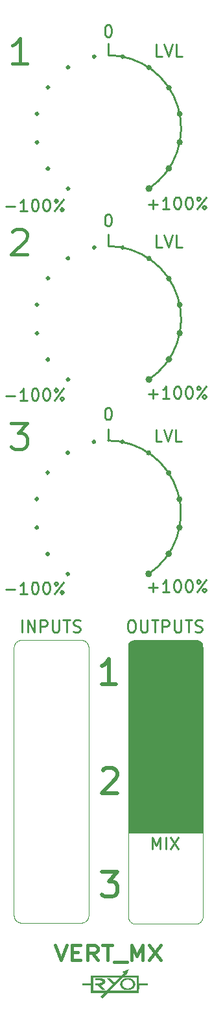
<source format=gbr>
%TF.GenerationSoftware,KiCad,Pcbnew,8.0.2*%
%TF.CreationDate,2024-05-21T21:55:18+01:00*%
%TF.ProjectId,panel-vert_mx-2024-03-26,70616e65-6c2d-4766-9572-745f6d782d32,rev?*%
%TF.SameCoordinates,Original*%
%TF.FileFunction,Legend,Top*%
%TF.FilePolarity,Positive*%
%FSLAX46Y46*%
G04 Gerber Fmt 4.6, Leading zero omitted, Abs format (unit mm)*
G04 Created by KiCad (PCBNEW 8.0.2) date 2024-05-21 21:55:18*
%MOMM*%
%LPD*%
G01*
G04 APERTURE LIST*
%ADD10C,0.304800*%
%ADD11C,0.364800*%
%ADD12C,0.354800*%
%ADD13C,0.344800*%
%ADD14C,0.000000*%
%ADD15C,0.334800*%
%ADD16C,0.324800*%
%ADD17C,0.254000*%
%ADD18C,0.314800*%
%ADD19C,0.100000*%
%ADD20C,0.213360*%
%ADD21C,0.533400*%
%ADD22C,0.420000*%
%ADD23C,0.457200*%
G04 APERTURE END LIST*
D10*
X140824866Y-60140658D02*
G75*
G02*
X140524866Y-60140658I-150000J0D01*
G01*
X140524866Y-60140658D02*
G75*
G02*
X140824866Y-60140658I150000J0D01*
G01*
X140814866Y-85035065D02*
G75*
G02*
X140514866Y-85035065I-150000J0D01*
G01*
X140514866Y-85035065D02*
G75*
G02*
X140814866Y-85035065I150000J0D01*
G01*
D11*
X154104788Y-112988375D02*
G75*
G02*
X153544788Y-112988375I-280000J0D01*
G01*
X153544788Y-112988375D02*
G75*
G02*
X154104788Y-112988375I280000J0D01*
G01*
D10*
X140784788Y-99788375D02*
G75*
G02*
X140484788Y-99788375I-150000J0D01*
G01*
X140484788Y-99788375D02*
G75*
G02*
X140784788Y-99788375I150000J0D01*
G01*
X150574866Y-45520658D02*
G75*
G02*
X150254866Y-45520658I-160000J0D01*
G01*
X150254866Y-45520658D02*
G75*
G02*
X150574866Y-45520658I160000J0D01*
G01*
X140784788Y-110408375D02*
G75*
G02*
X140484788Y-110408375I-150000J0D01*
G01*
X140484788Y-110408375D02*
G75*
G02*
X140784788Y-110408375I150000J0D01*
G01*
X143414788Y-113008375D02*
G75*
G02*
X143114788Y-113008375I-150000J0D01*
G01*
X143114788Y-113008375D02*
G75*
G02*
X143414788Y-113008375I150000J0D01*
G01*
X146854866Y-70425065D02*
G75*
G02*
X146554866Y-70425065I-150000J0D01*
G01*
X146554866Y-70425065D02*
G75*
G02*
X146854866Y-70425065I150000J0D01*
G01*
X143444866Y-46930658D02*
G75*
G02*
X143144866Y-46930658I-150000J0D01*
G01*
X143144866Y-46930658D02*
G75*
G02*
X143444866Y-46930658I150000J0D01*
G01*
D12*
X156694788Y-110358375D02*
G75*
G02*
X156174788Y-110358375I-260000J0D01*
G01*
X156174788Y-110358375D02*
G75*
G02*
X156694788Y-110358375I260000J0D01*
G01*
D10*
X140824866Y-85045065D02*
G75*
G02*
X140524866Y-85045065I-150000J0D01*
G01*
X140524866Y-85045065D02*
G75*
G02*
X140824866Y-85045065I150000J0D01*
G01*
D13*
X158114866Y-81595065D02*
G75*
G02*
X157634866Y-81595065I-240000J0D01*
G01*
X157634866Y-81595065D02*
G75*
G02*
X158114866Y-81595065I240000J0D01*
G01*
D10*
X139364788Y-106958375D02*
G75*
G02*
X139064788Y-106958375I-150000J0D01*
G01*
X139064788Y-106958375D02*
G75*
G02*
X139364788Y-106958375I150000J0D01*
G01*
X143444866Y-71835065D02*
G75*
G02*
X143144866Y-71835065I-150000J0D01*
G01*
X143144866Y-71835065D02*
G75*
G02*
X143444866Y-71835065I150000J0D01*
G01*
D14*
G36*
X147319918Y-165728597D02*
G01*
X147499710Y-165736445D01*
X147588638Y-165743714D01*
X147674167Y-165753676D01*
X147754232Y-165766680D01*
X147826767Y-165783074D01*
X147889707Y-165803207D01*
X147916933Y-165814784D01*
X147940986Y-165827427D01*
X147969661Y-165844576D01*
X147983270Y-165853024D01*
X147996440Y-165861518D01*
X148009207Y-165870155D01*
X148021606Y-165879032D01*
X148033671Y-165888247D01*
X148045439Y-165897897D01*
X148056943Y-165908080D01*
X148068221Y-165918892D01*
X148079305Y-165930432D01*
X148090233Y-165942797D01*
X148101038Y-165956083D01*
X148111757Y-165970389D01*
X148122424Y-165985812D01*
X148133074Y-166002449D01*
X148142016Y-166018481D01*
X148149871Y-166035776D01*
X148156610Y-166054269D01*
X148162205Y-166073893D01*
X148166625Y-166094582D01*
X148169841Y-166116272D01*
X148171825Y-166138897D01*
X148172546Y-166162390D01*
X148171976Y-166186686D01*
X148170086Y-166211719D01*
X148166845Y-166237424D01*
X148162225Y-166263735D01*
X148156197Y-166290587D01*
X148148731Y-166317913D01*
X148139799Y-166345647D01*
X148129369Y-166373725D01*
X148126553Y-166380324D01*
X148123419Y-166386719D01*
X148119982Y-166392916D01*
X148116255Y-166398922D01*
X148112252Y-166404745D01*
X148107985Y-166410390D01*
X148098718Y-166421177D01*
X148088560Y-166431337D01*
X148077620Y-166440926D01*
X148066005Y-166449998D01*
X148053823Y-166458607D01*
X148041181Y-166466809D01*
X148028186Y-166474657D01*
X148001573Y-166489514D01*
X147948858Y-166517394D01*
X147932334Y-166525869D01*
X147913075Y-166534896D01*
X147868453Y-166554001D01*
X147819186Y-166573494D01*
X147769470Y-166592164D01*
X147685469Y-166622179D01*
X147650011Y-166634340D01*
X148164427Y-167134601D01*
X148164427Y-167238582D01*
X147747774Y-167245594D01*
X147219798Y-166644923D01*
X146878684Y-166646312D01*
X146879015Y-166393966D01*
X147206437Y-166395157D01*
X147294322Y-166384987D01*
X147384535Y-166371605D01*
X147435480Y-166362644D01*
X147488135Y-166352096D01*
X147540863Y-166339904D01*
X147592027Y-166326014D01*
X147639990Y-166310368D01*
X147683115Y-166292912D01*
X147702351Y-166283487D01*
X147719765Y-166273589D01*
X147735150Y-166263210D01*
X147748303Y-166252344D01*
X147759019Y-166240983D01*
X147767093Y-166229120D01*
X147772320Y-166216749D01*
X147774497Y-166203863D01*
X147772982Y-166179439D01*
X147766405Y-166156896D01*
X147755100Y-166136159D01*
X147739402Y-166117158D01*
X147719647Y-166099819D01*
X147696169Y-166084070D01*
X147669304Y-166069838D01*
X147639388Y-166057052D01*
X147606755Y-166045639D01*
X147571740Y-166035526D01*
X147495907Y-166018912D01*
X147414570Y-166006629D01*
X147330411Y-165998100D01*
X147246110Y-165992744D01*
X147164350Y-165989982D01*
X147019176Y-165989923D01*
X146877295Y-165995437D01*
X146877890Y-165735286D01*
X147010429Y-165729898D01*
X147151317Y-165727343D01*
X147319918Y-165728597D01*
G37*
D15*
X158064788Y-103248375D02*
G75*
G02*
X157624788Y-103248375I-220000J0D01*
G01*
X157624788Y-103248375D02*
G75*
G02*
X158064788Y-103248375I220000J0D01*
G01*
D14*
G36*
X159992364Y-121624000D02*
G01*
X160041824Y-121626373D01*
X160090568Y-121630280D01*
X160138534Y-121635682D01*
X160185662Y-121642541D01*
X160231890Y-121650819D01*
X160277156Y-121660476D01*
X160321399Y-121671474D01*
X160364558Y-121683773D01*
X160406571Y-121697337D01*
X160447377Y-121712125D01*
X160486915Y-121728099D01*
X160525122Y-121745221D01*
X160561938Y-121763451D01*
X160597301Y-121782751D01*
X160631150Y-121803082D01*
X160663424Y-121824406D01*
X160694060Y-121846684D01*
X160722998Y-121869877D01*
X160750176Y-121893946D01*
X160775532Y-121918854D01*
X160799006Y-121944560D01*
X160820536Y-121971027D01*
X160840060Y-121998215D01*
X160857517Y-122026087D01*
X160872846Y-122054603D01*
X160885985Y-122083724D01*
X160896873Y-122113412D01*
X160905448Y-122143628D01*
X160911650Y-122174334D01*
X160915415Y-122205491D01*
X160916684Y-122237061D01*
X160916684Y-144247908D01*
X160915415Y-144279476D01*
X160911650Y-144310633D01*
X160905448Y-144341341D01*
X160896873Y-144371558D01*
X160885985Y-144401247D01*
X160872846Y-144430370D01*
X160857517Y-144458888D01*
X160840060Y-144486762D01*
X160820536Y-144513952D01*
X160799006Y-144540421D01*
X160775532Y-144566130D01*
X160750176Y-144591039D01*
X160722998Y-144615112D01*
X160694060Y-144638308D01*
X160663424Y-144660589D01*
X160631150Y-144681915D01*
X160597301Y-144702250D01*
X160561938Y-144721552D01*
X160525122Y-144739786D01*
X160486915Y-144756910D01*
X160447377Y-144772887D01*
X160406571Y-144787677D01*
X160364558Y-144801243D01*
X160321399Y-144813544D01*
X160277156Y-144824545D01*
X160231890Y-144834204D01*
X160185662Y-144842483D01*
X160138534Y-144849344D01*
X160090568Y-144854746D01*
X160041824Y-144858655D01*
X159992364Y-144861028D01*
X159942251Y-144861828D01*
X152146865Y-144861828D01*
X152096751Y-144861028D01*
X152047291Y-144858655D01*
X151998548Y-144854746D01*
X151950581Y-144849344D01*
X151903453Y-144842483D01*
X151857226Y-144834204D01*
X151811959Y-144824545D01*
X151767716Y-144813544D01*
X151724557Y-144801243D01*
X151682544Y-144787677D01*
X151641738Y-144772887D01*
X151602200Y-144756910D01*
X151563993Y-144739786D01*
X151527177Y-144721552D01*
X151491814Y-144702250D01*
X151457965Y-144681915D01*
X151425692Y-144660589D01*
X151395055Y-144638308D01*
X151366117Y-144615112D01*
X151338940Y-144591039D01*
X151313583Y-144566130D01*
X151290109Y-144540421D01*
X151268579Y-144513952D01*
X151249055Y-144486762D01*
X151231598Y-144458888D01*
X151216269Y-144430370D01*
X151203130Y-144401247D01*
X151192242Y-144371558D01*
X151183667Y-144341341D01*
X151177466Y-144310633D01*
X151173700Y-144279476D01*
X151172431Y-144247908D01*
X151172431Y-122237061D01*
X151173700Y-122205491D01*
X151177466Y-122174334D01*
X151183667Y-122143628D01*
X151192242Y-122113412D01*
X151203130Y-122083724D01*
X151216269Y-122054603D01*
X151231598Y-122026087D01*
X151249055Y-121998215D01*
X151268579Y-121971027D01*
X151290109Y-121944560D01*
X151313583Y-121918854D01*
X151338940Y-121893946D01*
X151366117Y-121869877D01*
X151395055Y-121846684D01*
X151425692Y-121824406D01*
X151457965Y-121803082D01*
X151491814Y-121782751D01*
X151527177Y-121763451D01*
X151563993Y-121745221D01*
X151602200Y-121728099D01*
X151641738Y-121712125D01*
X151682544Y-121697337D01*
X151724557Y-121683773D01*
X151767716Y-121671474D01*
X151811959Y-121660476D01*
X151857226Y-121650819D01*
X151903453Y-121642541D01*
X151950581Y-121635682D01*
X151998548Y-121630280D01*
X152047291Y-121626373D01*
X152096751Y-121624000D01*
X152146865Y-121623201D01*
X159942251Y-121623201D01*
X159992364Y-121624000D01*
G37*
D10*
X143414788Y-97188375D02*
G75*
G02*
X143114788Y-97188375I-150000J0D01*
G01*
X143114788Y-97188375D02*
G75*
G02*
X143414788Y-97188375I150000J0D01*
G01*
X140784788Y-110388375D02*
G75*
G02*
X140484788Y-110388375I-150000J0D01*
G01*
X140484788Y-110388375D02*
G75*
G02*
X140784788Y-110388375I150000J0D01*
G01*
D16*
X156664866Y-74485065D02*
G75*
G02*
X156264866Y-74485065I-200000J0D01*
G01*
X156264866Y-74485065D02*
G75*
G02*
X156664866Y-74485065I200000J0D01*
G01*
D10*
X140824866Y-85045065D02*
G75*
G02*
X140524866Y-85045065I-150000J0D01*
G01*
X140524866Y-85045065D02*
G75*
G02*
X140824866Y-85045065I150000J0D01*
G01*
X146824788Y-95778375D02*
G75*
G02*
X146524788Y-95778375I-150000J0D01*
G01*
X146524788Y-95778375D02*
G75*
G02*
X146824788Y-95778375I150000J0D01*
G01*
X140794788Y-110398375D02*
G75*
G02*
X140494788Y-110398375I-150000J0D01*
G01*
X140494788Y-110398375D02*
G75*
G02*
X140794788Y-110398375I150000J0D01*
G01*
X140784788Y-110388375D02*
G75*
G02*
X140484788Y-110388375I-150000J0D01*
G01*
X140484788Y-110388375D02*
G75*
G02*
X140784788Y-110388375I150000J0D01*
G01*
D17*
X148554866Y-70245066D02*
G75*
G02*
X153854863Y-87645061I2024J-9506564D01*
G01*
D10*
X140814866Y-60150658D02*
G75*
G02*
X140514866Y-60150658I-150000J0D01*
G01*
X140514866Y-60150658D02*
G75*
G02*
X140814866Y-60150658I150000J0D01*
G01*
X139394866Y-81605065D02*
G75*
G02*
X139094866Y-81605065I-150000J0D01*
G01*
X139094866Y-81605065D02*
G75*
G02*
X139394866Y-81605065I150000J0D01*
G01*
X140814866Y-85055065D02*
G75*
G02*
X140514866Y-85055065I-150000J0D01*
G01*
X140514866Y-85055065D02*
G75*
G02*
X140814866Y-85055065I150000J0D01*
G01*
D18*
X154004788Y-97208375D02*
G75*
G02*
X153644788Y-97208375I-180000J0D01*
G01*
X153644788Y-97208375D02*
G75*
G02*
X154004788Y-97208375I180000J0D01*
G01*
D13*
X158114866Y-56690658D02*
G75*
G02*
X157634866Y-56690658I-240000J0D01*
G01*
X157634866Y-56690658D02*
G75*
G02*
X158114866Y-56690658I240000J0D01*
G01*
D10*
X140814866Y-49530658D02*
G75*
G02*
X140514866Y-49530658I-150000J0D01*
G01*
X140514866Y-49530658D02*
G75*
G02*
X140814866Y-49530658I150000J0D01*
G01*
D15*
X158094866Y-77895065D02*
G75*
G02*
X157654866Y-77895065I-220000J0D01*
G01*
X157654866Y-77895065D02*
G75*
G02*
X158094866Y-77895065I220000J0D01*
G01*
D12*
X156724866Y-85005065D02*
G75*
G02*
X156204866Y-85005065I-260000J0D01*
G01*
X156204866Y-85005065D02*
G75*
G02*
X156724866Y-85005065I260000J0D01*
G01*
D15*
X158094866Y-52990658D02*
G75*
G02*
X157654866Y-52990658I-220000J0D01*
G01*
X157654866Y-52990658D02*
G75*
G02*
X158094866Y-52990658I220000J0D01*
G01*
D17*
X148554866Y-45340658D02*
X148554866Y-43840658D01*
D10*
X139394866Y-56700658D02*
G75*
G02*
X139094866Y-56700658I-150000J0D01*
G01*
X139094866Y-56700658D02*
G75*
G02*
X139394866Y-56700658I150000J0D01*
G01*
X143444866Y-87655065D02*
G75*
G02*
X143144866Y-87655065I-150000J0D01*
G01*
X143144866Y-87655065D02*
G75*
G02*
X143444866Y-87655065I150000J0D01*
G01*
D19*
X159965812Y-121771823D02*
X160015272Y-121775589D01*
X160064016Y-121781790D01*
X160111982Y-121790365D01*
X160159110Y-121801253D01*
X160205338Y-121814391D01*
X160250604Y-121829720D01*
X160294847Y-121847177D01*
X160338006Y-121866700D01*
X160380019Y-121888230D01*
X160420825Y-121911703D01*
X160460363Y-121937059D01*
X160498570Y-121964236D01*
X160535386Y-121993172D01*
X160570749Y-122023807D01*
X160604598Y-122056079D01*
X160636872Y-122089927D01*
X160667508Y-122125288D01*
X160696446Y-122162103D01*
X160723624Y-122200308D01*
X160748980Y-122239844D01*
X160772454Y-122280647D01*
X160793984Y-122322658D01*
X160813508Y-122365814D01*
X160830965Y-122410055D01*
X160846294Y-122455318D01*
X160859433Y-122501542D01*
X160870321Y-122548667D01*
X160878896Y-122596629D01*
X160885098Y-122645369D01*
X160888863Y-122694824D01*
X160890132Y-122744934D01*
X160890132Y-157682789D01*
X160888863Y-157732898D01*
X160885098Y-157782354D01*
X160878896Y-157831095D01*
X160870321Y-157879059D01*
X160859433Y-157926186D01*
X160846294Y-157972412D01*
X160830965Y-158017678D01*
X160813508Y-158061922D01*
X160793984Y-158105082D01*
X160772454Y-158147096D01*
X160748980Y-158187904D01*
X160723624Y-158227443D01*
X160696446Y-158265653D01*
X160667508Y-158302472D01*
X160636872Y-158337838D01*
X160604598Y-158371690D01*
X160570749Y-158403967D01*
X160535386Y-158434606D01*
X160498570Y-158463548D01*
X160460363Y-158490729D01*
X160420825Y-158516089D01*
X160380019Y-158539566D01*
X160338006Y-158561099D01*
X160294847Y-158580626D01*
X160250604Y-158598087D01*
X160205338Y-158613418D01*
X160159110Y-158626560D01*
X160111982Y-158637449D01*
X160064016Y-158646026D01*
X160015272Y-158652229D01*
X159965812Y-158655995D01*
X159915699Y-158657265D01*
X152120313Y-158657265D01*
X152070199Y-158655995D01*
X152020739Y-158652229D01*
X151971996Y-158646026D01*
X151924029Y-158637449D01*
X151876901Y-158626560D01*
X151830674Y-158613418D01*
X151785407Y-158598087D01*
X151741164Y-158580626D01*
X151698005Y-158561099D01*
X151655992Y-158539566D01*
X151615186Y-158516089D01*
X151575648Y-158490729D01*
X151537441Y-158463548D01*
X151500625Y-158434606D01*
X151465262Y-158403967D01*
X151431413Y-158371690D01*
X151399140Y-158337838D01*
X151368503Y-158302472D01*
X151339565Y-158265653D01*
X151312388Y-158227443D01*
X151287031Y-158187904D01*
X151263557Y-158147096D01*
X151242027Y-158105082D01*
X151222503Y-158061922D01*
X151205046Y-158017678D01*
X151189717Y-157972412D01*
X151176578Y-157926186D01*
X151165690Y-157879059D01*
X151157115Y-157831095D01*
X151150914Y-157782354D01*
X151147148Y-157732898D01*
X151145879Y-157682789D01*
X151145879Y-122744934D01*
X151147148Y-122694824D01*
X151150914Y-122645369D01*
X151157115Y-122596629D01*
X151165690Y-122548667D01*
X151176578Y-122501542D01*
X151189717Y-122455318D01*
X151205046Y-122410055D01*
X151222503Y-122365814D01*
X151242027Y-122322658D01*
X151263557Y-122280647D01*
X151287031Y-122239844D01*
X151312388Y-122200308D01*
X151339565Y-122162103D01*
X151368503Y-122125288D01*
X151399140Y-122089927D01*
X151431413Y-122056079D01*
X151465262Y-122023807D01*
X151500625Y-121993172D01*
X151537441Y-121964236D01*
X151575648Y-121937059D01*
X151615186Y-121911703D01*
X151655992Y-121888230D01*
X151698005Y-121866700D01*
X151741164Y-121847177D01*
X151785407Y-121829720D01*
X151830674Y-121814391D01*
X151876901Y-121801253D01*
X151924029Y-121790365D01*
X151971996Y-121781790D01*
X152020739Y-121775589D01*
X152070199Y-121771823D01*
X152120313Y-121770554D01*
X159915699Y-121770554D01*
X159965812Y-121771823D01*
D10*
X139384866Y-77885065D02*
G75*
G02*
X139084866Y-77885065I-150000J0D01*
G01*
X139084866Y-77885065D02*
G75*
G02*
X139384866Y-77885065I150000J0D01*
G01*
D18*
X154034866Y-46950658D02*
G75*
G02*
X153674866Y-46950658I-180000J0D01*
G01*
X153674866Y-46950658D02*
G75*
G02*
X154034866Y-46950658I180000J0D01*
G01*
D10*
X150574866Y-70425065D02*
G75*
G02*
X150254866Y-70425065I-160000J0D01*
G01*
X150254866Y-70425065D02*
G75*
G02*
X150574866Y-70425065I160000J0D01*
G01*
D13*
X158084788Y-106948375D02*
G75*
G02*
X157604788Y-106948375I-240000J0D01*
G01*
X157604788Y-106948375D02*
G75*
G02*
X158084788Y-106948375I240000J0D01*
G01*
D17*
X148554866Y-70245065D02*
X148554866Y-68745065D01*
D10*
X140814866Y-85035065D02*
G75*
G02*
X140514866Y-85035065I-150000J0D01*
G01*
X140514866Y-85035065D02*
G75*
G02*
X140814866Y-85035065I150000J0D01*
G01*
X139384866Y-52980658D02*
G75*
G02*
X139084866Y-52980658I-150000J0D01*
G01*
X139084866Y-52980658D02*
G75*
G02*
X139384866Y-52980658I150000J0D01*
G01*
D12*
X156724866Y-60100658D02*
G75*
G02*
X156204866Y-60100658I-260000J0D01*
G01*
X156204866Y-60100658D02*
G75*
G02*
X156724866Y-60100658I260000J0D01*
G01*
D11*
X154134866Y-62730658D02*
G75*
G02*
X153574866Y-62730658I-280000J0D01*
G01*
X153574866Y-62730658D02*
G75*
G02*
X154134866Y-62730658I280000J0D01*
G01*
D10*
X140824866Y-60140658D02*
G75*
G02*
X140524866Y-60140658I-150000J0D01*
G01*
X140524866Y-60140658D02*
G75*
G02*
X140824866Y-60140658I150000J0D01*
G01*
X140814866Y-60130658D02*
G75*
G02*
X140514866Y-60130658I-150000J0D01*
G01*
X140514866Y-60130658D02*
G75*
G02*
X140814866Y-60130658I150000J0D01*
G01*
X140794788Y-110398375D02*
G75*
G02*
X140494788Y-110398375I-150000J0D01*
G01*
X140494788Y-110398375D02*
G75*
G02*
X140794788Y-110398375I150000J0D01*
G01*
X139354788Y-103238375D02*
G75*
G02*
X139054788Y-103238375I-150000J0D01*
G01*
X139054788Y-103238375D02*
G75*
G02*
X139354788Y-103238375I150000J0D01*
G01*
D14*
G36*
X150946322Y-165350251D02*
G01*
X150823026Y-165245344D01*
X150682136Y-165390600D01*
X152569277Y-165390468D01*
X152570996Y-166381200D01*
X153693160Y-166383449D01*
X153692366Y-166649091D01*
X152571789Y-166651406D01*
X152569210Y-167640352D01*
X148500514Y-167639823D01*
X147766957Y-168396200D01*
X147525392Y-168122158D01*
X148014011Y-167639757D01*
X146284496Y-167639558D01*
X146283392Y-167309292D01*
X148821123Y-167309292D01*
X152303436Y-167309755D01*
X152302245Y-165656242D01*
X150424629Y-165656109D01*
X148821123Y-167309292D01*
X146283392Y-167309292D01*
X146283391Y-167309028D01*
X146614696Y-167309028D01*
X148348841Y-167309226D01*
X149131281Y-166536907D01*
X148365444Y-165751227D01*
X148793738Y-165747126D01*
X149332695Y-166290051D01*
X149962866Y-165656043D01*
X146614696Y-165655779D01*
X146614696Y-167309028D01*
X146283391Y-167309028D01*
X146281189Y-166650414D01*
X145158496Y-166642410D01*
X145161208Y-166388939D01*
X146274442Y-166384706D01*
X146281332Y-165655779D01*
X146283835Y-165390997D01*
X150226655Y-165390666D01*
X150594492Y-165020646D01*
X150454329Y-164898673D01*
X151229757Y-164587854D01*
X150946322Y-165350251D01*
G37*
D10*
X150544788Y-95778375D02*
G75*
G02*
X150224788Y-95778375I-160000J0D01*
G01*
X150224788Y-95778375D02*
G75*
G02*
X150544788Y-95778375I160000J0D01*
G01*
D17*
X148554866Y-45340659D02*
G75*
G02*
X153854843Y-62740623I2034J-9506541D01*
G01*
D16*
X156664866Y-49580658D02*
G75*
G02*
X156264866Y-49580658I-200000J0D01*
G01*
X156264866Y-49580658D02*
G75*
G02*
X156664866Y-49580658I200000J0D01*
G01*
D18*
X154034866Y-71855065D02*
G75*
G02*
X153674866Y-71855065I-180000J0D01*
G01*
X153674866Y-71855065D02*
G75*
G02*
X154034866Y-71855065I180000J0D01*
G01*
D10*
X140814866Y-74435065D02*
G75*
G02*
X140514866Y-74435065I-150000J0D01*
G01*
X140514866Y-74435065D02*
G75*
G02*
X140814866Y-74435065I150000J0D01*
G01*
X140814866Y-60130658D02*
G75*
G02*
X140514866Y-60130658I-150000J0D01*
G01*
X140514866Y-60130658D02*
G75*
G02*
X140814866Y-60130658I150000J0D01*
G01*
D11*
X154134866Y-87635065D02*
G75*
G02*
X153574866Y-87635065I-280000J0D01*
G01*
X153574866Y-87635065D02*
G75*
G02*
X154134866Y-87635065I280000J0D01*
G01*
D19*
X151176036Y-144115919D02*
X160817391Y-144115919D01*
X160817391Y-146733482D01*
X151176036Y-146733482D01*
X151176036Y-144115919D01*
G36*
X151176036Y-144115919D02*
G01*
X160817391Y-144115919D01*
X160817391Y-146733482D01*
X151176036Y-146733482D01*
X151176036Y-144115919D01*
G37*
X145049199Y-121624000D02*
X145098659Y-121627766D01*
X145147403Y-121633967D01*
X145195369Y-121642542D01*
X145242497Y-121653430D01*
X145288725Y-121666568D01*
X145333991Y-121681897D01*
X145378234Y-121699354D01*
X145421393Y-121718877D01*
X145463406Y-121740407D01*
X145504212Y-121763880D01*
X145543750Y-121789236D01*
X145581957Y-121816413D01*
X145618773Y-121845349D01*
X145654136Y-121875984D01*
X145687985Y-121908256D01*
X145720259Y-121942104D01*
X145750895Y-121977465D01*
X145779833Y-122014280D01*
X145807011Y-122052485D01*
X145832367Y-122092021D01*
X145855841Y-122132824D01*
X145877371Y-122174835D01*
X145896895Y-122217991D01*
X145914352Y-122262232D01*
X145929681Y-122307495D01*
X145942820Y-122353719D01*
X145953708Y-122400844D01*
X145962283Y-122448806D01*
X145968485Y-122497546D01*
X145972250Y-122547001D01*
X145973519Y-122597111D01*
X145973519Y-157534966D01*
X145972250Y-157585075D01*
X145968485Y-157634531D01*
X145962283Y-157683272D01*
X145953708Y-157731236D01*
X145942820Y-157778363D01*
X145929681Y-157824589D01*
X145914352Y-157869855D01*
X145896895Y-157914099D01*
X145877371Y-157957259D01*
X145855841Y-157999273D01*
X145832367Y-158040081D01*
X145807011Y-158079620D01*
X145779833Y-158117830D01*
X145750895Y-158154649D01*
X145720259Y-158190015D01*
X145687985Y-158223867D01*
X145654136Y-158256144D01*
X145618773Y-158286783D01*
X145581957Y-158315725D01*
X145543750Y-158342906D01*
X145504212Y-158368266D01*
X145463406Y-158391743D01*
X145421393Y-158413276D01*
X145378234Y-158432803D01*
X145333991Y-158450264D01*
X145288725Y-158465595D01*
X145242497Y-158478737D01*
X145195369Y-158489626D01*
X145147403Y-158498203D01*
X145098659Y-158504406D01*
X145049199Y-158508172D01*
X144999086Y-158509442D01*
X137203700Y-158509442D01*
X137153586Y-158508172D01*
X137104126Y-158504406D01*
X137055383Y-158498203D01*
X137007416Y-158489626D01*
X136960288Y-158478737D01*
X136914061Y-158465595D01*
X136868794Y-158450264D01*
X136824551Y-158432803D01*
X136781392Y-158413276D01*
X136739379Y-158391743D01*
X136698573Y-158368266D01*
X136659035Y-158342906D01*
X136620828Y-158315725D01*
X136584012Y-158286783D01*
X136548649Y-158256144D01*
X136514800Y-158223867D01*
X136482527Y-158190015D01*
X136451890Y-158154649D01*
X136422952Y-158117830D01*
X136395775Y-158079620D01*
X136370418Y-158040081D01*
X136346944Y-157999273D01*
X136325414Y-157957259D01*
X136305890Y-157914099D01*
X136288433Y-157869855D01*
X136273104Y-157824589D01*
X136259965Y-157778363D01*
X136249077Y-157731236D01*
X136240502Y-157683272D01*
X136234301Y-157634531D01*
X136230535Y-157585075D01*
X136229266Y-157534966D01*
X136229266Y-122597111D01*
X136230535Y-122547001D01*
X136234301Y-122497546D01*
X136240502Y-122448806D01*
X136249077Y-122400844D01*
X136259965Y-122353719D01*
X136273104Y-122307495D01*
X136288433Y-122262232D01*
X136305890Y-122217991D01*
X136325414Y-122174835D01*
X136346944Y-122132824D01*
X136370418Y-122092021D01*
X136395775Y-122052485D01*
X136422952Y-122014280D01*
X136451890Y-121977465D01*
X136482527Y-121942104D01*
X136514800Y-121908256D01*
X136548649Y-121875984D01*
X136584012Y-121845349D01*
X136620828Y-121816413D01*
X136659035Y-121789236D01*
X136698573Y-121763880D01*
X136739379Y-121740407D01*
X136781392Y-121718877D01*
X136824551Y-121699354D01*
X136868794Y-121681897D01*
X136914061Y-121666568D01*
X136960288Y-121653430D01*
X137007416Y-121642542D01*
X137055383Y-121633967D01*
X137104126Y-121627766D01*
X137153586Y-121624000D01*
X137203700Y-121622731D01*
X144999086Y-121622731D01*
X145049199Y-121624000D01*
D10*
X146854866Y-45520658D02*
G75*
G02*
X146554866Y-45520658I-150000J0D01*
G01*
X146554866Y-45520658D02*
G75*
G02*
X146854866Y-45520658I150000J0D01*
G01*
X143444866Y-62750658D02*
G75*
G02*
X143144866Y-62750658I-150000J0D01*
G01*
X143144866Y-62750658D02*
G75*
G02*
X143444866Y-62750658I150000J0D01*
G01*
D17*
X148524788Y-95598375D02*
X148524788Y-94098375D01*
X148524788Y-95598376D02*
G75*
G02*
X153824784Y-112998370I2022J-9506564D01*
G01*
D14*
G36*
X151139921Y-165711176D02*
G01*
X151190178Y-165714219D01*
X151239708Y-165719230D01*
X151288448Y-165726160D01*
X151383308Y-165745575D01*
X151474261Y-165772069D01*
X151560806Y-165805244D01*
X151642444Y-165844703D01*
X151718676Y-165890048D01*
X151789003Y-165940884D01*
X151821796Y-165968236D01*
X151852926Y-165996812D01*
X151882330Y-166026561D01*
X151909946Y-166057435D01*
X151935711Y-166089384D01*
X151959562Y-166122358D01*
X151981439Y-166156307D01*
X152001277Y-166191182D01*
X152019016Y-166226932D01*
X152034591Y-166263510D01*
X152047942Y-166300864D01*
X152059005Y-166338945D01*
X152067718Y-166377704D01*
X152074019Y-166417091D01*
X152077846Y-166457057D01*
X152079135Y-166497550D01*
X152077846Y-166538044D01*
X152074019Y-166578010D01*
X152067718Y-166617396D01*
X152059005Y-166656155D01*
X152047942Y-166694237D01*
X152034591Y-166731591D01*
X152019016Y-166768168D01*
X152001277Y-166803919D01*
X151981439Y-166838794D01*
X151959562Y-166872743D01*
X151935711Y-166905717D01*
X151909946Y-166937665D01*
X151882330Y-166968539D01*
X151852926Y-166998289D01*
X151821796Y-167026865D01*
X151789003Y-167054217D01*
X151754609Y-167080296D01*
X151718676Y-167105052D01*
X151681267Y-167128436D01*
X151642444Y-167150398D01*
X151602269Y-167170888D01*
X151560806Y-167189857D01*
X151518115Y-167207254D01*
X151474261Y-167223032D01*
X151429304Y-167237138D01*
X151383308Y-167249525D01*
X151336335Y-167260143D01*
X151288448Y-167268941D01*
X151239708Y-167275871D01*
X151190178Y-167280882D01*
X151139921Y-167283925D01*
X151088999Y-167284950D01*
X151038082Y-167283925D01*
X150987830Y-167280882D01*
X150938304Y-167275871D01*
X150889568Y-167268941D01*
X150794713Y-167249525D01*
X150703764Y-167223032D01*
X150617221Y-167189857D01*
X150535583Y-167150398D01*
X150459349Y-167105052D01*
X150389019Y-167054217D01*
X150356224Y-167026865D01*
X150325092Y-166998289D01*
X150295687Y-166968539D01*
X150268069Y-166937665D01*
X150242302Y-166905717D01*
X150218448Y-166872743D01*
X150196570Y-166838794D01*
X150176729Y-166803919D01*
X150158989Y-166768168D01*
X150143411Y-166731591D01*
X150130059Y-166694237D01*
X150118995Y-166656155D01*
X150110280Y-166617396D01*
X150103978Y-166578010D01*
X150100151Y-166538044D01*
X150098862Y-166497550D01*
X150099193Y-166487165D01*
X150400354Y-166487165D01*
X150401251Y-166516430D01*
X150403912Y-166545312D01*
X150408295Y-166573778D01*
X150414355Y-166601789D01*
X150422050Y-166629312D01*
X150431336Y-166656309D01*
X150442169Y-166682745D01*
X150454507Y-166708585D01*
X150468305Y-166733791D01*
X150483521Y-166758328D01*
X150500111Y-166782161D01*
X150518031Y-166805253D01*
X150537238Y-166827569D01*
X150557689Y-166849072D01*
X150579340Y-166869727D01*
X150602149Y-166889498D01*
X150626070Y-166908348D01*
X150651062Y-166926243D01*
X150677081Y-166943146D01*
X150704082Y-166959021D01*
X150732024Y-166973832D01*
X150760862Y-166987543D01*
X150790553Y-167000120D01*
X150821054Y-167011524D01*
X150852321Y-167021722D01*
X150884311Y-167030676D01*
X150916980Y-167038351D01*
X150950286Y-167044711D01*
X150984183Y-167049721D01*
X151018630Y-167053343D01*
X151053583Y-167055543D01*
X151088999Y-167056284D01*
X151124414Y-167055543D01*
X151159367Y-167053343D01*
X151193815Y-167049721D01*
X151227714Y-167044711D01*
X151261021Y-167038351D01*
X151293692Y-167030676D01*
X151325684Y-167021722D01*
X151356953Y-167011524D01*
X151387456Y-167000120D01*
X151417150Y-166987543D01*
X151445991Y-166973832D01*
X151473935Y-166959021D01*
X151500940Y-166943146D01*
X151526962Y-166926243D01*
X151551957Y-166908348D01*
X151575881Y-166889498D01*
X151598693Y-166869727D01*
X151620347Y-166849072D01*
X151640801Y-166827569D01*
X151660011Y-166805253D01*
X151677934Y-166782161D01*
X151694527Y-166758328D01*
X151709745Y-166733791D01*
X151723546Y-166708585D01*
X151735885Y-166682745D01*
X151746721Y-166656309D01*
X151756008Y-166629312D01*
X151763705Y-166601789D01*
X151769766Y-166573778D01*
X151774150Y-166545312D01*
X151776812Y-166516430D01*
X151777709Y-166487165D01*
X151776812Y-166457895D01*
X151774150Y-166429008D01*
X151769766Y-166400538D01*
X151763705Y-166372523D01*
X151756008Y-166344997D01*
X151746721Y-166317997D01*
X151735885Y-166291559D01*
X151723546Y-166265719D01*
X151709745Y-166240511D01*
X151694527Y-166215974D01*
X151677934Y-166192141D01*
X151660011Y-166169049D01*
X151640801Y-166146734D01*
X151620347Y-166125232D01*
X151598693Y-166104578D01*
X151575881Y-166084809D01*
X151551957Y-166065960D01*
X151526962Y-166048067D01*
X151500940Y-166031166D01*
X151473935Y-166015293D01*
X151445991Y-166000484D01*
X151417150Y-165986774D01*
X151387456Y-165974200D01*
X151356953Y-165962798D01*
X151325684Y-165952602D01*
X151293692Y-165943649D01*
X151261021Y-165935976D01*
X151227714Y-165929617D01*
X151193815Y-165924609D01*
X151159367Y-165920987D01*
X151124414Y-165918788D01*
X151088999Y-165918047D01*
X151053583Y-165918788D01*
X151018630Y-165920987D01*
X150984183Y-165924609D01*
X150950286Y-165929617D01*
X150916980Y-165935976D01*
X150884311Y-165943649D01*
X150852321Y-165952602D01*
X150821054Y-165962798D01*
X150790553Y-165974200D01*
X150760862Y-165986774D01*
X150732024Y-166000484D01*
X150704082Y-166015293D01*
X150677081Y-166031166D01*
X150651062Y-166048067D01*
X150626070Y-166065960D01*
X150602149Y-166084809D01*
X150579340Y-166104578D01*
X150557689Y-166125232D01*
X150537238Y-166146734D01*
X150518031Y-166169049D01*
X150500111Y-166192141D01*
X150483521Y-166215974D01*
X150468305Y-166240511D01*
X150454507Y-166265719D01*
X150442169Y-166291559D01*
X150431336Y-166317997D01*
X150422050Y-166344997D01*
X150414355Y-166372523D01*
X150408295Y-166400538D01*
X150403912Y-166429008D01*
X150401251Y-166457895D01*
X150400354Y-166487165D01*
X150099193Y-166487165D01*
X150100151Y-166457057D01*
X150103978Y-166417091D01*
X150110280Y-166377704D01*
X150118995Y-166338945D01*
X150130059Y-166300864D01*
X150143411Y-166263510D01*
X150158989Y-166226932D01*
X150176729Y-166191182D01*
X150196570Y-166156307D01*
X150218448Y-166122358D01*
X150242302Y-166089384D01*
X150268069Y-166057435D01*
X150295687Y-166026561D01*
X150325092Y-165996812D01*
X150356224Y-165968236D01*
X150389019Y-165940884D01*
X150423414Y-165914805D01*
X150459349Y-165890048D01*
X150496759Y-165866664D01*
X150535583Y-165844703D01*
X150575757Y-165824213D01*
X150617221Y-165805244D01*
X150659911Y-165787846D01*
X150703764Y-165772069D01*
X150748719Y-165757962D01*
X150794713Y-165745575D01*
X150841684Y-165734958D01*
X150889568Y-165726160D01*
X150938304Y-165719230D01*
X150987830Y-165714219D01*
X151038082Y-165711176D01*
X151088999Y-165710150D01*
X151139921Y-165711176D01*
G37*
D16*
X156634788Y-99838375D02*
G75*
G02*
X156234788Y-99838375I-200000J0D01*
G01*
X156234788Y-99838375D02*
G75*
G02*
X156634788Y-99838375I200000J0D01*
G01*
D20*
X151436787Y-119029783D02*
X151734813Y-119029783D01*
X151734813Y-119029783D02*
X151883827Y-119104290D01*
X151883827Y-119104290D02*
X152032840Y-119253303D01*
X152032840Y-119253303D02*
X152107347Y-119551330D01*
X152107347Y-119551330D02*
X152107347Y-120072877D01*
X152107347Y-120072877D02*
X152032840Y-120370903D01*
X152032840Y-120370903D02*
X151883827Y-120519917D01*
X151883827Y-120519917D02*
X151734813Y-120594423D01*
X151734813Y-120594423D02*
X151436787Y-120594423D01*
X151436787Y-120594423D02*
X151287773Y-120519917D01*
X151287773Y-120519917D02*
X151138760Y-120370903D01*
X151138760Y-120370903D02*
X151064253Y-120072877D01*
X151064253Y-120072877D02*
X151064253Y-119551330D01*
X151064253Y-119551330D02*
X151138760Y-119253303D01*
X151138760Y-119253303D02*
X151287773Y-119104290D01*
X151287773Y-119104290D02*
X151436787Y-119029783D01*
X152777907Y-119029783D02*
X152777907Y-120296397D01*
X152777907Y-120296397D02*
X152852414Y-120445410D01*
X152852414Y-120445410D02*
X152926920Y-120519917D01*
X152926920Y-120519917D02*
X153075934Y-120594423D01*
X153075934Y-120594423D02*
X153373960Y-120594423D01*
X153373960Y-120594423D02*
X153522974Y-120519917D01*
X153522974Y-120519917D02*
X153597480Y-120445410D01*
X153597480Y-120445410D02*
X153671987Y-120296397D01*
X153671987Y-120296397D02*
X153671987Y-119029783D01*
X154193534Y-119029783D02*
X155087614Y-119029783D01*
X154640574Y-120594423D02*
X154640574Y-119029783D01*
X155609161Y-120594423D02*
X155609161Y-119029783D01*
X155609161Y-119029783D02*
X156205214Y-119029783D01*
X156205214Y-119029783D02*
X156354228Y-119104290D01*
X156354228Y-119104290D02*
X156428734Y-119178797D01*
X156428734Y-119178797D02*
X156503241Y-119327810D01*
X156503241Y-119327810D02*
X156503241Y-119551330D01*
X156503241Y-119551330D02*
X156428734Y-119700343D01*
X156428734Y-119700343D02*
X156354228Y-119774850D01*
X156354228Y-119774850D02*
X156205214Y-119849357D01*
X156205214Y-119849357D02*
X155609161Y-119849357D01*
X157173801Y-119029783D02*
X157173801Y-120296397D01*
X157173801Y-120296397D02*
X157248308Y-120445410D01*
X157248308Y-120445410D02*
X157322814Y-120519917D01*
X157322814Y-120519917D02*
X157471828Y-120594423D01*
X157471828Y-120594423D02*
X157769854Y-120594423D01*
X157769854Y-120594423D02*
X157918868Y-120519917D01*
X157918868Y-120519917D02*
X157993374Y-120445410D01*
X157993374Y-120445410D02*
X158067881Y-120296397D01*
X158067881Y-120296397D02*
X158067881Y-119029783D01*
X158589428Y-119029783D02*
X159483508Y-119029783D01*
X159036468Y-120594423D02*
X159036468Y-119029783D01*
X159930548Y-120519917D02*
X160154068Y-120594423D01*
X160154068Y-120594423D02*
X160526602Y-120594423D01*
X160526602Y-120594423D02*
X160675615Y-120519917D01*
X160675615Y-120519917D02*
X160750122Y-120445410D01*
X160750122Y-120445410D02*
X160824628Y-120296397D01*
X160824628Y-120296397D02*
X160824628Y-120147383D01*
X160824628Y-120147383D02*
X160750122Y-119998370D01*
X160750122Y-119998370D02*
X160675615Y-119923863D01*
X160675615Y-119923863D02*
X160526602Y-119849357D01*
X160526602Y-119849357D02*
X160228575Y-119774850D01*
X160228575Y-119774850D02*
X160079562Y-119700343D01*
X160079562Y-119700343D02*
X160005055Y-119625837D01*
X160005055Y-119625837D02*
X159930548Y-119476823D01*
X159930548Y-119476823D02*
X159930548Y-119327810D01*
X159930548Y-119327810D02*
X160005055Y-119178797D01*
X160005055Y-119178797D02*
X160079562Y-119104290D01*
X160079562Y-119104290D02*
X160228575Y-119029783D01*
X160228575Y-119029783D02*
X160601108Y-119029783D01*
X160601108Y-119029783D02*
X160824628Y-119104290D01*
D21*
X149575797Y-127358163D02*
X147703454Y-127358163D01*
X148639625Y-127358163D02*
X148639625Y-124081563D01*
X148639625Y-124081563D02*
X148327568Y-124549649D01*
X148327568Y-124549649D02*
X148015511Y-124861706D01*
X148015511Y-124861706D02*
X147703454Y-125017735D01*
D20*
X135176901Y-115013123D02*
X136369008Y-115013123D01*
X137933647Y-115609176D02*
X137039567Y-115609176D01*
X137486607Y-115609176D02*
X137486607Y-114044536D01*
X137486607Y-114044536D02*
X137337594Y-114268056D01*
X137337594Y-114268056D02*
X137188581Y-114417070D01*
X137188581Y-114417070D02*
X137039567Y-114491576D01*
X138902234Y-114044536D02*
X139051247Y-114044536D01*
X139051247Y-114044536D02*
X139200260Y-114119043D01*
X139200260Y-114119043D02*
X139274767Y-114193550D01*
X139274767Y-114193550D02*
X139349274Y-114342563D01*
X139349274Y-114342563D02*
X139423780Y-114640590D01*
X139423780Y-114640590D02*
X139423780Y-115013123D01*
X139423780Y-115013123D02*
X139349274Y-115311150D01*
X139349274Y-115311150D02*
X139274767Y-115460163D01*
X139274767Y-115460163D02*
X139200260Y-115534670D01*
X139200260Y-115534670D02*
X139051247Y-115609176D01*
X139051247Y-115609176D02*
X138902234Y-115609176D01*
X138902234Y-115609176D02*
X138753220Y-115534670D01*
X138753220Y-115534670D02*
X138678714Y-115460163D01*
X138678714Y-115460163D02*
X138604207Y-115311150D01*
X138604207Y-115311150D02*
X138529700Y-115013123D01*
X138529700Y-115013123D02*
X138529700Y-114640590D01*
X138529700Y-114640590D02*
X138604207Y-114342563D01*
X138604207Y-114342563D02*
X138678714Y-114193550D01*
X138678714Y-114193550D02*
X138753220Y-114119043D01*
X138753220Y-114119043D02*
X138902234Y-114044536D01*
X140392367Y-114044536D02*
X140541380Y-114044536D01*
X140541380Y-114044536D02*
X140690393Y-114119043D01*
X140690393Y-114119043D02*
X140764900Y-114193550D01*
X140764900Y-114193550D02*
X140839407Y-114342563D01*
X140839407Y-114342563D02*
X140913913Y-114640590D01*
X140913913Y-114640590D02*
X140913913Y-115013123D01*
X140913913Y-115013123D02*
X140839407Y-115311150D01*
X140839407Y-115311150D02*
X140764900Y-115460163D01*
X140764900Y-115460163D02*
X140690393Y-115534670D01*
X140690393Y-115534670D02*
X140541380Y-115609176D01*
X140541380Y-115609176D02*
X140392367Y-115609176D01*
X140392367Y-115609176D02*
X140243353Y-115534670D01*
X140243353Y-115534670D02*
X140168847Y-115460163D01*
X140168847Y-115460163D02*
X140094340Y-115311150D01*
X140094340Y-115311150D02*
X140019833Y-115013123D01*
X140019833Y-115013123D02*
X140019833Y-114640590D01*
X140019833Y-114640590D02*
X140094340Y-114342563D01*
X140094340Y-114342563D02*
X140168847Y-114193550D01*
X140168847Y-114193550D02*
X140243353Y-114119043D01*
X140243353Y-114119043D02*
X140392367Y-114044536D01*
X141509966Y-115609176D02*
X142702073Y-114044536D01*
X141733486Y-114044536D02*
X141882500Y-114119043D01*
X141882500Y-114119043D02*
X141957006Y-114268056D01*
X141957006Y-114268056D02*
X141882500Y-114417070D01*
X141882500Y-114417070D02*
X141733486Y-114491576D01*
X141733486Y-114491576D02*
X141584473Y-114417070D01*
X141584473Y-114417070D02*
X141509966Y-114268056D01*
X141509966Y-114268056D02*
X141584473Y-114119043D01*
X141584473Y-114119043D02*
X141733486Y-114044536D01*
X142627566Y-115534670D02*
X142702073Y-115385656D01*
X142702073Y-115385656D02*
X142627566Y-115236643D01*
X142627566Y-115236643D02*
X142478553Y-115162136D01*
X142478553Y-115162136D02*
X142329540Y-115236643D01*
X142329540Y-115236643D02*
X142255033Y-115385656D01*
X142255033Y-115385656D02*
X142329540Y-115534670D01*
X142329540Y-115534670D02*
X142478553Y-115609176D01*
X142478553Y-115609176D02*
X142627566Y-115534670D01*
D22*
X141596467Y-161397375D02*
X142346467Y-163397375D01*
X142346467Y-163397375D02*
X143096467Y-161397375D01*
X143846467Y-162349756D02*
X144596467Y-162349756D01*
X144917895Y-163397375D02*
X143846467Y-163397375D01*
X143846467Y-163397375D02*
X143846467Y-161397375D01*
X143846467Y-161397375D02*
X144917895Y-161397375D01*
X147167895Y-163397375D02*
X146417895Y-162444994D01*
X145882181Y-163397375D02*
X145882181Y-161397375D01*
X145882181Y-161397375D02*
X146739324Y-161397375D01*
X146739324Y-161397375D02*
X146953609Y-161492613D01*
X146953609Y-161492613D02*
X147060752Y-161587851D01*
X147060752Y-161587851D02*
X147167895Y-161778327D01*
X147167895Y-161778327D02*
X147167895Y-162064041D01*
X147167895Y-162064041D02*
X147060752Y-162254517D01*
X147060752Y-162254517D02*
X146953609Y-162349756D01*
X146953609Y-162349756D02*
X146739324Y-162444994D01*
X146739324Y-162444994D02*
X145882181Y-162444994D01*
X147810752Y-161397375D02*
X149096467Y-161397375D01*
X148453609Y-163397375D02*
X148453609Y-161397375D01*
X149310753Y-163587851D02*
X151025038Y-163587851D01*
X151560753Y-163397375D02*
X151560753Y-161397375D01*
X151560753Y-161397375D02*
X152310753Y-162825946D01*
X152310753Y-162825946D02*
X153060753Y-161397375D01*
X153060753Y-161397375D02*
X153060753Y-163397375D01*
X153917896Y-161397375D02*
X155417896Y-163397375D01*
X155417896Y-161397375D02*
X153917896Y-163397375D01*
D20*
X135176901Y-89770341D02*
X136369008Y-89770341D01*
X137933647Y-90366394D02*
X137039567Y-90366394D01*
X137486607Y-90366394D02*
X137486607Y-88801754D01*
X137486607Y-88801754D02*
X137337594Y-89025274D01*
X137337594Y-89025274D02*
X137188581Y-89174288D01*
X137188581Y-89174288D02*
X137039567Y-89248794D01*
X138902234Y-88801754D02*
X139051247Y-88801754D01*
X139051247Y-88801754D02*
X139200260Y-88876261D01*
X139200260Y-88876261D02*
X139274767Y-88950768D01*
X139274767Y-88950768D02*
X139349274Y-89099781D01*
X139349274Y-89099781D02*
X139423780Y-89397808D01*
X139423780Y-89397808D02*
X139423780Y-89770341D01*
X139423780Y-89770341D02*
X139349274Y-90068368D01*
X139349274Y-90068368D02*
X139274767Y-90217381D01*
X139274767Y-90217381D02*
X139200260Y-90291888D01*
X139200260Y-90291888D02*
X139051247Y-90366394D01*
X139051247Y-90366394D02*
X138902234Y-90366394D01*
X138902234Y-90366394D02*
X138753220Y-90291888D01*
X138753220Y-90291888D02*
X138678714Y-90217381D01*
X138678714Y-90217381D02*
X138604207Y-90068368D01*
X138604207Y-90068368D02*
X138529700Y-89770341D01*
X138529700Y-89770341D02*
X138529700Y-89397808D01*
X138529700Y-89397808D02*
X138604207Y-89099781D01*
X138604207Y-89099781D02*
X138678714Y-88950768D01*
X138678714Y-88950768D02*
X138753220Y-88876261D01*
X138753220Y-88876261D02*
X138902234Y-88801754D01*
X140392367Y-88801754D02*
X140541380Y-88801754D01*
X140541380Y-88801754D02*
X140690393Y-88876261D01*
X140690393Y-88876261D02*
X140764900Y-88950768D01*
X140764900Y-88950768D02*
X140839407Y-89099781D01*
X140839407Y-89099781D02*
X140913913Y-89397808D01*
X140913913Y-89397808D02*
X140913913Y-89770341D01*
X140913913Y-89770341D02*
X140839407Y-90068368D01*
X140839407Y-90068368D02*
X140764900Y-90217381D01*
X140764900Y-90217381D02*
X140690393Y-90291888D01*
X140690393Y-90291888D02*
X140541380Y-90366394D01*
X140541380Y-90366394D02*
X140392367Y-90366394D01*
X140392367Y-90366394D02*
X140243353Y-90291888D01*
X140243353Y-90291888D02*
X140168847Y-90217381D01*
X140168847Y-90217381D02*
X140094340Y-90068368D01*
X140094340Y-90068368D02*
X140019833Y-89770341D01*
X140019833Y-89770341D02*
X140019833Y-89397808D01*
X140019833Y-89397808D02*
X140094340Y-89099781D01*
X140094340Y-89099781D02*
X140168847Y-88950768D01*
X140168847Y-88950768D02*
X140243353Y-88876261D01*
X140243353Y-88876261D02*
X140392367Y-88801754D01*
X141509966Y-90366394D02*
X142702073Y-88801754D01*
X141733486Y-88801754D02*
X141882500Y-88876261D01*
X141882500Y-88876261D02*
X141957006Y-89025274D01*
X141957006Y-89025274D02*
X141882500Y-89174288D01*
X141882500Y-89174288D02*
X141733486Y-89248794D01*
X141733486Y-89248794D02*
X141584473Y-89174288D01*
X141584473Y-89174288D02*
X141509966Y-89025274D01*
X141509966Y-89025274D02*
X141584473Y-88876261D01*
X141584473Y-88876261D02*
X141733486Y-88801754D01*
X142627566Y-90291888D02*
X142702073Y-90142874D01*
X142702073Y-90142874D02*
X142627566Y-89993861D01*
X142627566Y-89993861D02*
X142478553Y-89919354D01*
X142478553Y-89919354D02*
X142329540Y-89993861D01*
X142329540Y-89993861D02*
X142255033Y-90142874D01*
X142255033Y-90142874D02*
X142329540Y-90291888D01*
X142329540Y-90291888D02*
X142478553Y-90366394D01*
X142478553Y-90366394D02*
X142627566Y-90291888D01*
X137294763Y-120594423D02*
X137294763Y-119029783D01*
X138039830Y-120594423D02*
X138039830Y-119029783D01*
X138039830Y-119029783D02*
X138933910Y-120594423D01*
X138933910Y-120594423D02*
X138933910Y-119029783D01*
X139678977Y-120594423D02*
X139678977Y-119029783D01*
X139678977Y-119029783D02*
X140275030Y-119029783D01*
X140275030Y-119029783D02*
X140424044Y-119104290D01*
X140424044Y-119104290D02*
X140498550Y-119178797D01*
X140498550Y-119178797D02*
X140573057Y-119327810D01*
X140573057Y-119327810D02*
X140573057Y-119551330D01*
X140573057Y-119551330D02*
X140498550Y-119700343D01*
X140498550Y-119700343D02*
X140424044Y-119774850D01*
X140424044Y-119774850D02*
X140275030Y-119849357D01*
X140275030Y-119849357D02*
X139678977Y-119849357D01*
X141243617Y-119029783D02*
X141243617Y-120296397D01*
X141243617Y-120296397D02*
X141318124Y-120445410D01*
X141318124Y-120445410D02*
X141392630Y-120519917D01*
X141392630Y-120519917D02*
X141541644Y-120594423D01*
X141541644Y-120594423D02*
X141839670Y-120594423D01*
X141839670Y-120594423D02*
X141988684Y-120519917D01*
X141988684Y-120519917D02*
X142063190Y-120445410D01*
X142063190Y-120445410D02*
X142137697Y-120296397D01*
X142137697Y-120296397D02*
X142137697Y-119029783D01*
X142659244Y-119029783D02*
X143553324Y-119029783D01*
X143106284Y-120594423D02*
X143106284Y-119029783D01*
X144000364Y-120519917D02*
X144223884Y-120594423D01*
X144223884Y-120594423D02*
X144596418Y-120594423D01*
X144596418Y-120594423D02*
X144745431Y-120519917D01*
X144745431Y-120519917D02*
X144819938Y-120445410D01*
X144819938Y-120445410D02*
X144894444Y-120296397D01*
X144894444Y-120296397D02*
X144894444Y-120147383D01*
X144894444Y-120147383D02*
X144819938Y-119998370D01*
X144819938Y-119998370D02*
X144745431Y-119923863D01*
X144745431Y-119923863D02*
X144596418Y-119849357D01*
X144596418Y-119849357D02*
X144298391Y-119774850D01*
X144298391Y-119774850D02*
X144149378Y-119700343D01*
X144149378Y-119700343D02*
X144074871Y-119625837D01*
X144074871Y-119625837D02*
X144000364Y-119476823D01*
X144000364Y-119476823D02*
X144000364Y-119327810D01*
X144000364Y-119327810D02*
X144074871Y-119178797D01*
X144074871Y-119178797D02*
X144149378Y-119104290D01*
X144149378Y-119104290D02*
X144298391Y-119029783D01*
X144298391Y-119029783D02*
X144670924Y-119029783D01*
X144670924Y-119029783D02*
X144894444Y-119104290D01*
X153783901Y-89499641D02*
X154976008Y-89499641D01*
X154379954Y-90095694D02*
X154379954Y-88903588D01*
X156540647Y-90095694D02*
X155646567Y-90095694D01*
X156093607Y-90095694D02*
X156093607Y-88531054D01*
X156093607Y-88531054D02*
X155944594Y-88754574D01*
X155944594Y-88754574D02*
X155795581Y-88903588D01*
X155795581Y-88903588D02*
X155646567Y-88978094D01*
X157509234Y-88531054D02*
X157658247Y-88531054D01*
X157658247Y-88531054D02*
X157807260Y-88605561D01*
X157807260Y-88605561D02*
X157881767Y-88680068D01*
X157881767Y-88680068D02*
X157956274Y-88829081D01*
X157956274Y-88829081D02*
X158030780Y-89127108D01*
X158030780Y-89127108D02*
X158030780Y-89499641D01*
X158030780Y-89499641D02*
X157956274Y-89797668D01*
X157956274Y-89797668D02*
X157881767Y-89946681D01*
X157881767Y-89946681D02*
X157807260Y-90021188D01*
X157807260Y-90021188D02*
X157658247Y-90095694D01*
X157658247Y-90095694D02*
X157509234Y-90095694D01*
X157509234Y-90095694D02*
X157360220Y-90021188D01*
X157360220Y-90021188D02*
X157285714Y-89946681D01*
X157285714Y-89946681D02*
X157211207Y-89797668D01*
X157211207Y-89797668D02*
X157136700Y-89499641D01*
X157136700Y-89499641D02*
X157136700Y-89127108D01*
X157136700Y-89127108D02*
X157211207Y-88829081D01*
X157211207Y-88829081D02*
X157285714Y-88680068D01*
X157285714Y-88680068D02*
X157360220Y-88605561D01*
X157360220Y-88605561D02*
X157509234Y-88531054D01*
X158999367Y-88531054D02*
X159148380Y-88531054D01*
X159148380Y-88531054D02*
X159297393Y-88605561D01*
X159297393Y-88605561D02*
X159371900Y-88680068D01*
X159371900Y-88680068D02*
X159446407Y-88829081D01*
X159446407Y-88829081D02*
X159520913Y-89127108D01*
X159520913Y-89127108D02*
X159520913Y-89499641D01*
X159520913Y-89499641D02*
X159446407Y-89797668D01*
X159446407Y-89797668D02*
X159371900Y-89946681D01*
X159371900Y-89946681D02*
X159297393Y-90021188D01*
X159297393Y-90021188D02*
X159148380Y-90095694D01*
X159148380Y-90095694D02*
X158999367Y-90095694D01*
X158999367Y-90095694D02*
X158850353Y-90021188D01*
X158850353Y-90021188D02*
X158775847Y-89946681D01*
X158775847Y-89946681D02*
X158701340Y-89797668D01*
X158701340Y-89797668D02*
X158626833Y-89499641D01*
X158626833Y-89499641D02*
X158626833Y-89127108D01*
X158626833Y-89127108D02*
X158701340Y-88829081D01*
X158701340Y-88829081D02*
X158775847Y-88680068D01*
X158775847Y-88680068D02*
X158850353Y-88605561D01*
X158850353Y-88605561D02*
X158999367Y-88531054D01*
X160116966Y-90095694D02*
X161309073Y-88531054D01*
X160340486Y-88531054D02*
X160489500Y-88605561D01*
X160489500Y-88605561D02*
X160564006Y-88754574D01*
X160564006Y-88754574D02*
X160489500Y-88903588D01*
X160489500Y-88903588D02*
X160340486Y-88978094D01*
X160340486Y-88978094D02*
X160191473Y-88903588D01*
X160191473Y-88903588D02*
X160116966Y-88754574D01*
X160116966Y-88754574D02*
X160191473Y-88605561D01*
X160191473Y-88605561D02*
X160340486Y-88531054D01*
X161234566Y-90021188D02*
X161309073Y-89872174D01*
X161309073Y-89872174D02*
X161234566Y-89723161D01*
X161234566Y-89723161D02*
X161085553Y-89648654D01*
X161085553Y-89648654D02*
X160936540Y-89723161D01*
X160936540Y-89723161D02*
X160862033Y-89872174D01*
X160862033Y-89872174D02*
X160936540Y-90021188D01*
X160936540Y-90021188D02*
X161085553Y-90095694D01*
X161085553Y-90095694D02*
X161234566Y-90021188D01*
D21*
X147838804Y-138605374D02*
X147994832Y-138449346D01*
X147994832Y-138449346D02*
X148306890Y-138293317D01*
X148306890Y-138293317D02*
X149087032Y-138293317D01*
X149087032Y-138293317D02*
X149399090Y-138449346D01*
X149399090Y-138449346D02*
X149555118Y-138605374D01*
X149555118Y-138605374D02*
X149711147Y-138917431D01*
X149711147Y-138917431D02*
X149711147Y-139229489D01*
X149711147Y-139229489D02*
X149555118Y-139697574D01*
X149555118Y-139697574D02*
X147682775Y-141569917D01*
X147682775Y-141569917D02*
X149711147Y-141569917D01*
D20*
X135176527Y-65078770D02*
X136368634Y-65078770D01*
X137933273Y-65674823D02*
X137039193Y-65674823D01*
X137486233Y-65674823D02*
X137486233Y-64110183D01*
X137486233Y-64110183D02*
X137337220Y-64333703D01*
X137337220Y-64333703D02*
X137188207Y-64482717D01*
X137188207Y-64482717D02*
X137039193Y-64557223D01*
X138901860Y-64110183D02*
X139050873Y-64110183D01*
X139050873Y-64110183D02*
X139199886Y-64184690D01*
X139199886Y-64184690D02*
X139274393Y-64259197D01*
X139274393Y-64259197D02*
X139348900Y-64408210D01*
X139348900Y-64408210D02*
X139423406Y-64706237D01*
X139423406Y-64706237D02*
X139423406Y-65078770D01*
X139423406Y-65078770D02*
X139348900Y-65376797D01*
X139348900Y-65376797D02*
X139274393Y-65525810D01*
X139274393Y-65525810D02*
X139199886Y-65600317D01*
X139199886Y-65600317D02*
X139050873Y-65674823D01*
X139050873Y-65674823D02*
X138901860Y-65674823D01*
X138901860Y-65674823D02*
X138752846Y-65600317D01*
X138752846Y-65600317D02*
X138678340Y-65525810D01*
X138678340Y-65525810D02*
X138603833Y-65376797D01*
X138603833Y-65376797D02*
X138529326Y-65078770D01*
X138529326Y-65078770D02*
X138529326Y-64706237D01*
X138529326Y-64706237D02*
X138603833Y-64408210D01*
X138603833Y-64408210D02*
X138678340Y-64259197D01*
X138678340Y-64259197D02*
X138752846Y-64184690D01*
X138752846Y-64184690D02*
X138901860Y-64110183D01*
X140391993Y-64110183D02*
X140541006Y-64110183D01*
X140541006Y-64110183D02*
X140690019Y-64184690D01*
X140690019Y-64184690D02*
X140764526Y-64259197D01*
X140764526Y-64259197D02*
X140839033Y-64408210D01*
X140839033Y-64408210D02*
X140913539Y-64706237D01*
X140913539Y-64706237D02*
X140913539Y-65078770D01*
X140913539Y-65078770D02*
X140839033Y-65376797D01*
X140839033Y-65376797D02*
X140764526Y-65525810D01*
X140764526Y-65525810D02*
X140690019Y-65600317D01*
X140690019Y-65600317D02*
X140541006Y-65674823D01*
X140541006Y-65674823D02*
X140391993Y-65674823D01*
X140391993Y-65674823D02*
X140242979Y-65600317D01*
X140242979Y-65600317D02*
X140168473Y-65525810D01*
X140168473Y-65525810D02*
X140093966Y-65376797D01*
X140093966Y-65376797D02*
X140019459Y-65078770D01*
X140019459Y-65078770D02*
X140019459Y-64706237D01*
X140019459Y-64706237D02*
X140093966Y-64408210D01*
X140093966Y-64408210D02*
X140168473Y-64259197D01*
X140168473Y-64259197D02*
X140242979Y-64184690D01*
X140242979Y-64184690D02*
X140391993Y-64110183D01*
X141509592Y-65674823D02*
X142701699Y-64110183D01*
X141733112Y-64110183D02*
X141882126Y-64184690D01*
X141882126Y-64184690D02*
X141956632Y-64333703D01*
X141956632Y-64333703D02*
X141882126Y-64482717D01*
X141882126Y-64482717D02*
X141733112Y-64557223D01*
X141733112Y-64557223D02*
X141584099Y-64482717D01*
X141584099Y-64482717D02*
X141509592Y-64333703D01*
X141509592Y-64333703D02*
X141584099Y-64184690D01*
X141584099Y-64184690D02*
X141733112Y-64110183D01*
X142627192Y-65600317D02*
X142701699Y-65451303D01*
X142701699Y-65451303D02*
X142627192Y-65302290D01*
X142627192Y-65302290D02*
X142478179Y-65227783D01*
X142478179Y-65227783D02*
X142329166Y-65302290D01*
X142329166Y-65302290D02*
X142254659Y-65451303D01*
X142254659Y-65451303D02*
X142329166Y-65600317D01*
X142329166Y-65600317D02*
X142478179Y-65674823D01*
X142478179Y-65674823D02*
X142627192Y-65600317D01*
X148464928Y-41371802D02*
X148613941Y-41371802D01*
X148613941Y-41371802D02*
X148762954Y-41446309D01*
X148762954Y-41446309D02*
X148837461Y-41520816D01*
X148837461Y-41520816D02*
X148911968Y-41669829D01*
X148911968Y-41669829D02*
X148986474Y-41967856D01*
X148986474Y-41967856D02*
X148986474Y-42340389D01*
X148986474Y-42340389D02*
X148911968Y-42638416D01*
X148911968Y-42638416D02*
X148837461Y-42787429D01*
X148837461Y-42787429D02*
X148762954Y-42861936D01*
X148762954Y-42861936D02*
X148613941Y-42936442D01*
X148613941Y-42936442D02*
X148464928Y-42936442D01*
X148464928Y-42936442D02*
X148315914Y-42861936D01*
X148315914Y-42861936D02*
X148241408Y-42787429D01*
X148241408Y-42787429D02*
X148166901Y-42638416D01*
X148166901Y-42638416D02*
X148092394Y-42340389D01*
X148092394Y-42340389D02*
X148092394Y-41967856D01*
X148092394Y-41967856D02*
X148166901Y-41669829D01*
X148166901Y-41669829D02*
X148241408Y-41520816D01*
X148241408Y-41520816D02*
X148315914Y-41446309D01*
X148315914Y-41446309D02*
X148464928Y-41371802D01*
X154284687Y-148886711D02*
X154284687Y-147322071D01*
X154284687Y-147322071D02*
X154806234Y-148439671D01*
X154806234Y-148439671D02*
X155327780Y-147322071D01*
X155327780Y-147322071D02*
X155327780Y-148886711D01*
X156072847Y-148886711D02*
X156072847Y-147322071D01*
X156668901Y-147322071D02*
X157711994Y-148886711D01*
X157711994Y-147322071D02*
X156668901Y-148886711D01*
D23*
X136044283Y-68327486D02*
X136203940Y-68167829D01*
X136203940Y-68167829D02*
X136523255Y-68008172D01*
X136523255Y-68008172D02*
X137321540Y-68008172D01*
X137321540Y-68008172D02*
X137640855Y-68167829D01*
X137640855Y-68167829D02*
X137800512Y-68327486D01*
X137800512Y-68327486D02*
X137960169Y-68646800D01*
X137960169Y-68646800D02*
X137960169Y-68966115D01*
X137960169Y-68966115D02*
X137800512Y-69445086D01*
X137800512Y-69445086D02*
X135884626Y-71360972D01*
X135884626Y-71360972D02*
X137960169Y-71360972D01*
D20*
X155532756Y-95745798D02*
X154787689Y-95745798D01*
X154787689Y-95745798D02*
X154787689Y-94181158D01*
X155830782Y-94181158D02*
X156352329Y-95745798D01*
X156352329Y-95745798D02*
X156873875Y-94181158D01*
X158140489Y-95745798D02*
X157395422Y-95745798D01*
X157395422Y-95745798D02*
X157395422Y-94181158D01*
X153783901Y-64808042D02*
X154976008Y-64808042D01*
X154379954Y-65404095D02*
X154379954Y-64211989D01*
X156540647Y-65404095D02*
X155646567Y-65404095D01*
X156093607Y-65404095D02*
X156093607Y-63839455D01*
X156093607Y-63839455D02*
X155944594Y-64062975D01*
X155944594Y-64062975D02*
X155795581Y-64211989D01*
X155795581Y-64211989D02*
X155646567Y-64286495D01*
X157509234Y-63839455D02*
X157658247Y-63839455D01*
X157658247Y-63839455D02*
X157807260Y-63913962D01*
X157807260Y-63913962D02*
X157881767Y-63988469D01*
X157881767Y-63988469D02*
X157956274Y-64137482D01*
X157956274Y-64137482D02*
X158030780Y-64435509D01*
X158030780Y-64435509D02*
X158030780Y-64808042D01*
X158030780Y-64808042D02*
X157956274Y-65106069D01*
X157956274Y-65106069D02*
X157881767Y-65255082D01*
X157881767Y-65255082D02*
X157807260Y-65329589D01*
X157807260Y-65329589D02*
X157658247Y-65404095D01*
X157658247Y-65404095D02*
X157509234Y-65404095D01*
X157509234Y-65404095D02*
X157360220Y-65329589D01*
X157360220Y-65329589D02*
X157285714Y-65255082D01*
X157285714Y-65255082D02*
X157211207Y-65106069D01*
X157211207Y-65106069D02*
X157136700Y-64808042D01*
X157136700Y-64808042D02*
X157136700Y-64435509D01*
X157136700Y-64435509D02*
X157211207Y-64137482D01*
X157211207Y-64137482D02*
X157285714Y-63988469D01*
X157285714Y-63988469D02*
X157360220Y-63913962D01*
X157360220Y-63913962D02*
X157509234Y-63839455D01*
X158999367Y-63839455D02*
X159148380Y-63839455D01*
X159148380Y-63839455D02*
X159297393Y-63913962D01*
X159297393Y-63913962D02*
X159371900Y-63988469D01*
X159371900Y-63988469D02*
X159446407Y-64137482D01*
X159446407Y-64137482D02*
X159520913Y-64435509D01*
X159520913Y-64435509D02*
X159520913Y-64808042D01*
X159520913Y-64808042D02*
X159446407Y-65106069D01*
X159446407Y-65106069D02*
X159371900Y-65255082D01*
X159371900Y-65255082D02*
X159297393Y-65329589D01*
X159297393Y-65329589D02*
X159148380Y-65404095D01*
X159148380Y-65404095D02*
X158999367Y-65404095D01*
X158999367Y-65404095D02*
X158850353Y-65329589D01*
X158850353Y-65329589D02*
X158775847Y-65255082D01*
X158775847Y-65255082D02*
X158701340Y-65106069D01*
X158701340Y-65106069D02*
X158626833Y-64808042D01*
X158626833Y-64808042D02*
X158626833Y-64435509D01*
X158626833Y-64435509D02*
X158701340Y-64137482D01*
X158701340Y-64137482D02*
X158775847Y-63988469D01*
X158775847Y-63988469D02*
X158850353Y-63913962D01*
X158850353Y-63913962D02*
X158999367Y-63839455D01*
X160116966Y-65404095D02*
X161309073Y-63839455D01*
X160340486Y-63839455D02*
X160489500Y-63913962D01*
X160489500Y-63913962D02*
X160564006Y-64062975D01*
X160564006Y-64062975D02*
X160489500Y-64211989D01*
X160489500Y-64211989D02*
X160340486Y-64286495D01*
X160340486Y-64286495D02*
X160191473Y-64211989D01*
X160191473Y-64211989D02*
X160116966Y-64062975D01*
X160116966Y-64062975D02*
X160191473Y-63913962D01*
X160191473Y-63913962D02*
X160340486Y-63839455D01*
X161234566Y-65329589D02*
X161309073Y-65180575D01*
X161309073Y-65180575D02*
X161234566Y-65031562D01*
X161234566Y-65031562D02*
X161085553Y-64957055D01*
X161085553Y-64957055D02*
X160936540Y-65031562D01*
X160936540Y-65031562D02*
X160862033Y-65180575D01*
X160862033Y-65180575D02*
X160936540Y-65329589D01*
X160936540Y-65329589D02*
X161085553Y-65404095D01*
X161085553Y-65404095D02*
X161234566Y-65329589D01*
X155562834Y-70392488D02*
X154817767Y-70392488D01*
X154817767Y-70392488D02*
X154817767Y-68827848D01*
X155860860Y-68827848D02*
X156382407Y-70392488D01*
X156382407Y-70392488D02*
X156903953Y-68827848D01*
X158170567Y-70392488D02*
X157425500Y-70392488D01*
X157425500Y-70392488D02*
X157425500Y-68827848D01*
D21*
X147682775Y-151828321D02*
X149711147Y-151828321D01*
X149711147Y-151828321D02*
X148618947Y-153076550D01*
X148618947Y-153076550D02*
X149087032Y-153076550D01*
X149087032Y-153076550D02*
X149399090Y-153232578D01*
X149399090Y-153232578D02*
X149555118Y-153388607D01*
X149555118Y-153388607D02*
X149711147Y-153700664D01*
X149711147Y-153700664D02*
X149711147Y-154480807D01*
X149711147Y-154480807D02*
X149555118Y-154792864D01*
X149555118Y-154792864D02*
X149399090Y-154948893D01*
X149399090Y-154948893D02*
X149087032Y-155104921D01*
X149087032Y-155104921D02*
X148150861Y-155104921D01*
X148150861Y-155104921D02*
X147838804Y-154948893D01*
X147838804Y-154948893D02*
X147682775Y-154792864D01*
D20*
X148464928Y-66063401D02*
X148613941Y-66063401D01*
X148613941Y-66063401D02*
X148762954Y-66137908D01*
X148762954Y-66137908D02*
X148837461Y-66212415D01*
X148837461Y-66212415D02*
X148911968Y-66361428D01*
X148911968Y-66361428D02*
X148986474Y-66659455D01*
X148986474Y-66659455D02*
X148986474Y-67031988D01*
X148986474Y-67031988D02*
X148911968Y-67330015D01*
X148911968Y-67330015D02*
X148837461Y-67479028D01*
X148837461Y-67479028D02*
X148762954Y-67553535D01*
X148762954Y-67553535D02*
X148613941Y-67628041D01*
X148613941Y-67628041D02*
X148464928Y-67628041D01*
X148464928Y-67628041D02*
X148315914Y-67553535D01*
X148315914Y-67553535D02*
X148241408Y-67479028D01*
X148241408Y-67479028D02*
X148166901Y-67330015D01*
X148166901Y-67330015D02*
X148092394Y-67031988D01*
X148092394Y-67031988D02*
X148092394Y-66659455D01*
X148092394Y-66659455D02*
X148166901Y-66361428D01*
X148166901Y-66361428D02*
X148241408Y-66212415D01*
X148241408Y-66212415D02*
X148315914Y-66137908D01*
X148315914Y-66137908D02*
X148464928Y-66063401D01*
X148464929Y-91306183D02*
X148613942Y-91306183D01*
X148613942Y-91306183D02*
X148762955Y-91380690D01*
X148762955Y-91380690D02*
X148837462Y-91455197D01*
X148837462Y-91455197D02*
X148911969Y-91604210D01*
X148911969Y-91604210D02*
X148986475Y-91902237D01*
X148986475Y-91902237D02*
X148986475Y-92274770D01*
X148986475Y-92274770D02*
X148911969Y-92572797D01*
X148911969Y-92572797D02*
X148837462Y-92721810D01*
X148837462Y-92721810D02*
X148762955Y-92796317D01*
X148762955Y-92796317D02*
X148613942Y-92870823D01*
X148613942Y-92870823D02*
X148464929Y-92870823D01*
X148464929Y-92870823D02*
X148315915Y-92796317D01*
X148315915Y-92796317D02*
X148241409Y-92721810D01*
X148241409Y-92721810D02*
X148166902Y-92572797D01*
X148166902Y-92572797D02*
X148092395Y-92274770D01*
X148092395Y-92274770D02*
X148092395Y-91902237D01*
X148092395Y-91902237D02*
X148166902Y-91604210D01*
X148166902Y-91604210D02*
X148241409Y-91455197D01*
X148241409Y-91455197D02*
X148315915Y-91380690D01*
X148315915Y-91380690D02*
X148464929Y-91306183D01*
D23*
X137960169Y-46456565D02*
X136044283Y-46456565D01*
X137002226Y-46456565D02*
X137002226Y-43103765D01*
X137002226Y-43103765D02*
X136682912Y-43582736D01*
X136682912Y-43582736D02*
X136363597Y-43902050D01*
X136363597Y-43902050D02*
X136044283Y-44061708D01*
X135854548Y-93361482D02*
X137930091Y-93361482D01*
X137930091Y-93361482D02*
X136812491Y-94638739D01*
X136812491Y-94638739D02*
X137291462Y-94638739D01*
X137291462Y-94638739D02*
X137610777Y-94798396D01*
X137610777Y-94798396D02*
X137770434Y-94958053D01*
X137770434Y-94958053D02*
X137930091Y-95277367D01*
X137930091Y-95277367D02*
X137930091Y-96075653D01*
X137930091Y-96075653D02*
X137770434Y-96394967D01*
X137770434Y-96394967D02*
X137610777Y-96554625D01*
X137610777Y-96554625D02*
X137291462Y-96714282D01*
X137291462Y-96714282D02*
X136333519Y-96714282D01*
X136333519Y-96714282D02*
X136014205Y-96554625D01*
X136014205Y-96554625D02*
X135854548Y-96394967D01*
D20*
X153783929Y-114742423D02*
X154976036Y-114742423D01*
X154379982Y-115338476D02*
X154379982Y-114146370D01*
X156540675Y-115338476D02*
X155646595Y-115338476D01*
X156093635Y-115338476D02*
X156093635Y-113773836D01*
X156093635Y-113773836D02*
X155944622Y-113997356D01*
X155944622Y-113997356D02*
X155795609Y-114146370D01*
X155795609Y-114146370D02*
X155646595Y-114220876D01*
X157509262Y-113773836D02*
X157658275Y-113773836D01*
X157658275Y-113773836D02*
X157807288Y-113848343D01*
X157807288Y-113848343D02*
X157881795Y-113922850D01*
X157881795Y-113922850D02*
X157956302Y-114071863D01*
X157956302Y-114071863D02*
X158030808Y-114369890D01*
X158030808Y-114369890D02*
X158030808Y-114742423D01*
X158030808Y-114742423D02*
X157956302Y-115040450D01*
X157956302Y-115040450D02*
X157881795Y-115189463D01*
X157881795Y-115189463D02*
X157807288Y-115263970D01*
X157807288Y-115263970D02*
X157658275Y-115338476D01*
X157658275Y-115338476D02*
X157509262Y-115338476D01*
X157509262Y-115338476D02*
X157360248Y-115263970D01*
X157360248Y-115263970D02*
X157285742Y-115189463D01*
X157285742Y-115189463D02*
X157211235Y-115040450D01*
X157211235Y-115040450D02*
X157136728Y-114742423D01*
X157136728Y-114742423D02*
X157136728Y-114369890D01*
X157136728Y-114369890D02*
X157211235Y-114071863D01*
X157211235Y-114071863D02*
X157285742Y-113922850D01*
X157285742Y-113922850D02*
X157360248Y-113848343D01*
X157360248Y-113848343D02*
X157509262Y-113773836D01*
X158999395Y-113773836D02*
X159148408Y-113773836D01*
X159148408Y-113773836D02*
X159297421Y-113848343D01*
X159297421Y-113848343D02*
X159371928Y-113922850D01*
X159371928Y-113922850D02*
X159446435Y-114071863D01*
X159446435Y-114071863D02*
X159520941Y-114369890D01*
X159520941Y-114369890D02*
X159520941Y-114742423D01*
X159520941Y-114742423D02*
X159446435Y-115040450D01*
X159446435Y-115040450D02*
X159371928Y-115189463D01*
X159371928Y-115189463D02*
X159297421Y-115263970D01*
X159297421Y-115263970D02*
X159148408Y-115338476D01*
X159148408Y-115338476D02*
X158999395Y-115338476D01*
X158999395Y-115338476D02*
X158850381Y-115263970D01*
X158850381Y-115263970D02*
X158775875Y-115189463D01*
X158775875Y-115189463D02*
X158701368Y-115040450D01*
X158701368Y-115040450D02*
X158626861Y-114742423D01*
X158626861Y-114742423D02*
X158626861Y-114369890D01*
X158626861Y-114369890D02*
X158701368Y-114071863D01*
X158701368Y-114071863D02*
X158775875Y-113922850D01*
X158775875Y-113922850D02*
X158850381Y-113848343D01*
X158850381Y-113848343D02*
X158999395Y-113773836D01*
X160116994Y-115338476D02*
X161309101Y-113773836D01*
X160340514Y-113773836D02*
X160489528Y-113848343D01*
X160489528Y-113848343D02*
X160564034Y-113997356D01*
X160564034Y-113997356D02*
X160489528Y-114146370D01*
X160489528Y-114146370D02*
X160340514Y-114220876D01*
X160340514Y-114220876D02*
X160191501Y-114146370D01*
X160191501Y-114146370D02*
X160116994Y-113997356D01*
X160116994Y-113997356D02*
X160191501Y-113848343D01*
X160191501Y-113848343D02*
X160340514Y-113773836D01*
X161234594Y-115263970D02*
X161309101Y-115114956D01*
X161309101Y-115114956D02*
X161234594Y-114965943D01*
X161234594Y-114965943D02*
X161085581Y-114891436D01*
X161085581Y-114891436D02*
X160936568Y-114965943D01*
X160936568Y-114965943D02*
X160862061Y-115114956D01*
X160862061Y-115114956D02*
X160936568Y-115263970D01*
X160936568Y-115263970D02*
X161085581Y-115338476D01*
X161085581Y-115338476D02*
X161234594Y-115263970D01*
X155562834Y-45488081D02*
X154817767Y-45488081D01*
X154817767Y-45488081D02*
X154817767Y-43923441D01*
X155860860Y-43923441D02*
X156382407Y-45488081D01*
X156382407Y-45488081D02*
X156903953Y-43923441D01*
X158170567Y-45488081D02*
X157425500Y-45488081D01*
X157425500Y-45488081D02*
X157425500Y-43923441D01*
M02*

</source>
